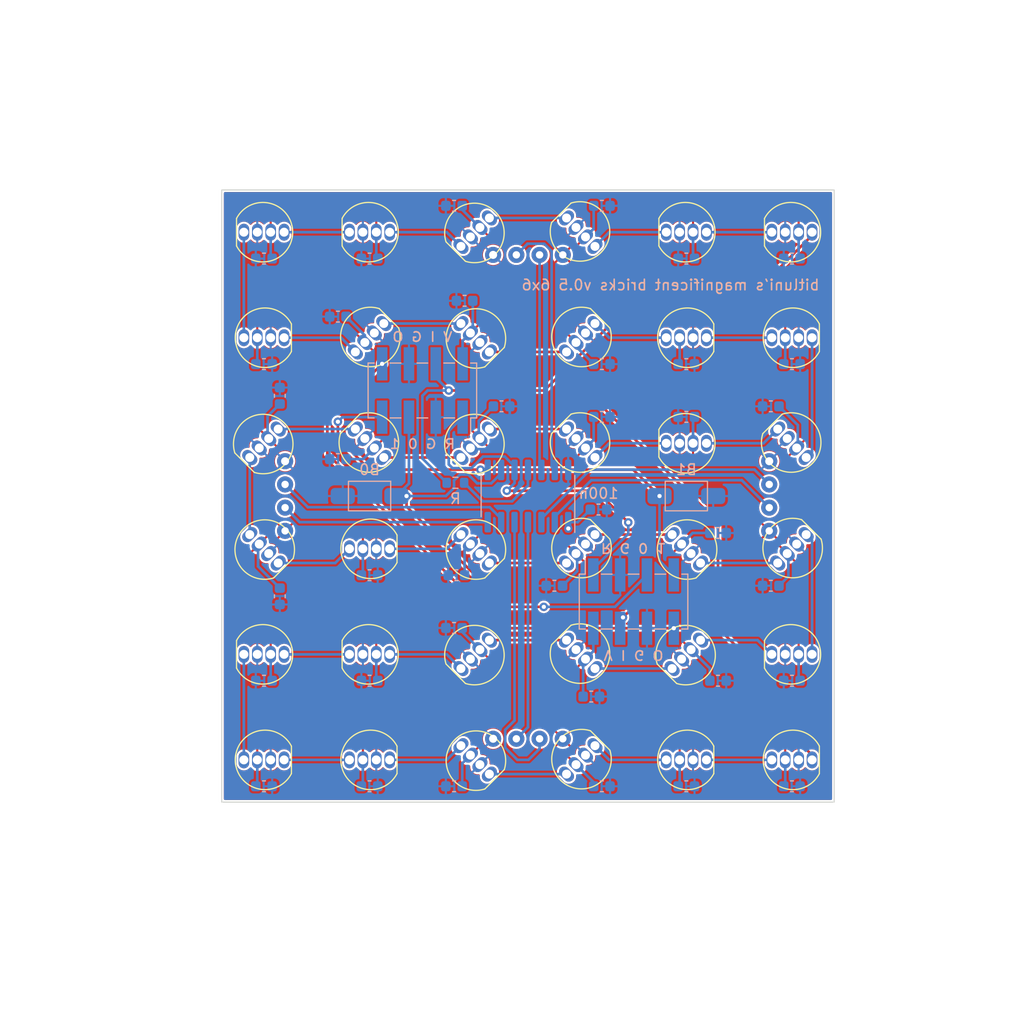
<source format=kicad_pcb>
(kicad_pcb (version 20221018) (generator pcbnew)
  (title_block (comment 4 "AISLER Project ID: OQZEYCKE"))
  (layers (0 "F.Cu" signal) (31 "B.Cu" signal) (34 "B.Paste" user) (35 "F.Paste" user) (36 "B.SilkS" user "B.Silkscreen") (37 "F.SilkS" user "F.Silkscreen") (38 "B.Mask" user) (39 "F.Mask" user) (44 "Edge.Cuts" user))
  (net 0 "")
  (net 1 "5V")
  (net 2 "GND")
  (net 3 "DIN")
  (net 4 "Net-(U69-PA1)")
  (net 5 "Net-(U10-DOUT)")
  (net 6 "Net-(U10-DIN)")
  (net 7 "Net-(U11-DIN)")
  (net 8 "Net-(U12-DIN)")
  (net 9 "Net-(U13-DIN)")
  (net 10 "DOUT")
  (net 11 "Net-(U14-DIN)")
  (net 12 "Net-(U18-DOUT)")
  (net 13 "Net-(U18-DIN)")
  (net 14 "D00")
  (net 15 "D01")
  (net 16 "D10")
  (net 17 "D11")
  (net 18 "Net-(U19-DIN)")
  (net 19 "Net-(U20-DIN)")
  (net 20 "Net-(U21-DIN)")
  (net 21 "Net-(U22-DIN)")
  (net 22 "Net-(U30-DOUT)")
  (net 23 "Net-(U30-DIN)")
  (net 24 "Net-(U31-DIN)")
  (net 25 "Net-(U32-DIN)")
  (net 26 "Net-(U33-DIN)")
  (net 27 "Net-(U34-DIN)")
  (net 28 "Net-(U38-DOUT)")
  (net 29 "Net-(U38-DIN)")
  (net 30 "Net-(U39-DIN)")
  (net 31 "Net-(U40-DIN)")
  (net 32 "Net-(U41-DIN)")
  (net 33 "Net-(U42-DIN)")
  (net 34 "Net-(U46-DOUT)")
  (net 35 "Net-(U46-DIN)")
  (net 36 "Net-(U47-DIN)")
  (net 37 "Net-(U48-DIN)")
  (net 38 "Net-(U49-DIN)")
  (net 39 "Net-(U50-DIN)")
  (net 40 "D31")
  (net 41 "D30")
  (net 42 "D21")
  (net 43 "D20")
  (net 44 "Net-(U54-DIN)")
  (net 45 "{slash}RESET{slash}UPDI")
  (net 46 "B0{slash}SCL")
  (net 47 "B1{slash}SDA")
  (net 48 "Net-(U55-DIN)")
  (net 49 "Net-(U56-DIN)")
  (net 50 "Net-(U57-DIN)")
  (net 51 "Net-(U58-DIN)")
  (footprint "Library:WS2812DwideC" (layer "F.Cu") (at 165 65 180)
    (fp_text reference "U18" hide)
    (fp_text value "WS2812D_2" hide)
  )
  (footprint "Library:WS2812DwideC" (layer "F.Cu") (at 165 105 180)
    (fp_text reference "U54" hide)
    (fp_text value "WS2812D_2" hide)
  )
  (footprint "Library:WS2812DwideC" (layer "F.Cu") (at 115 95)
    (fp_text reference "U46" hide)
    (fp_text value "WS2812D_2" hide)
  )
  (footprint "Library:WS2812DwideC" (layer "F.Cu") (at 115 65 180)
    (fp_text reference "U23" hide)
    (fp_text value "WS2812D_2" hide)
  )
  (footprint "Library:WS2812DwideC" (layer "F.Cu") (at 135 65 135)
    (fp_text reference "U21" hide)
    (fp_text value "WS2812D_2" hide)
  )
  (footprint "Library:fakemag4pin90degFemale" (layer "F.Cu") (at 162.85 80 180)
    (fp_text reference "U27" hide)
    (fp_text value "fakeMag4pinFemale")
  )
  (footprint "Library:WS2812DwideC" (layer "F.Cu") (at 165 95)
    (fp_text reference "U51" hide)
    (fp_text value "WS2812D_2" hide)
  )
  (footprint "Library:WS2812DwideC" (layer "F.Cu") (at 145 105 -135)
    (fp_text reference "U56" hide)
    (fp_text value "WS2812D_2" hide)
  )
  (footprint "Library:WS2812DwideC" (layer "F.Cu") (at 165 75 -45)
    (fp_text reference "U35" hide)
    (fp_text value "WS2812D_2" hide)
  )
  (footprint "Library:WS2812DwideC" (layer "F.Cu") (at 115 105 180)
    (fp_text reference "U59" hide)
    (fp_text value "WS2812D_2" hide)
  )
  (footprint "Library:WS2812DwideC" (layer "F.Cu") (at 125 85 180)
    (fp_text reference "U42" hide)
    (fp_text value "WS2812D_2" hide)
  )
  (footprint "Library:WS2812DwideC" (layer "F.Cu") (at 125 65 -135)
    (fp_text reference "U22" hide)
    (fp_text value "WS2812D_2" hide)
  )
  (footprint "Library:WS2812DwideC" (layer "F.Cu") (at 135 85 135)
    (fp_text reference "U41" hide)
    (fp_text value "WS2812D_2" hide)
  )
  (footprint "Library:WS2812DwideC" (layer "F.Cu") (at 115 55)
    (fp_text reference "U10" hide)
    (fp_text value "WS2812D_2" hide)
  )
  (footprint "Library:WS2812DwideC" (layer "F.Cu") (at 145 75 -45)
    (fp_text reference "U33" hide)
    (fp_text value "WS2812D_2" hide)
  )
  (footprint "Library:fakemag4pin90degMale" (layer "F.Cu") (at 140 103 -90)
    (fp_text reference "U28" hide)
    (fp_text value "fakeMag4pinMale")
  )
  (footprint "Library:WS2812DwideC" (layer "F.Cu") (at 125 105 180)
    (fp_text reference "U58" hide)
    (fp_text value "WS2812D_2" hide)
  )
  (footprint "Library:fakemag4pin90degMale" (layer "F.Cu") (at 117 80 180)
    (fp_text reference "U29" hide)
    (fp_text value "fakeMag4pinMale")
  )
  (footprint "Library:WS2812DwideC" (layer "F.Cu") (at 135 55 45)
    (fp_text reference "U12" hide)
    (fp_text value "WS2812D_2" hide)
  )
  (footprint "Library:WS2812DwideC" (layer "F.Cu") (at 125 55)
    (fp_text reference "U11" hide)
    (fp_text value "WS2812D_2" hide)
  )
  (footprint "Library:WS2812DwideC" (layer "F.Cu") (at 155 85 135)
    (fp_text reference "U39" hide)
    (fp_text value "WS2812D_2" hide)
  )
  (footprint "Library:WS2812DwideC" (layer "F.Cu") (at 165 55)
    (fp_text reference "U15" hide)
    (fp_text value "WS2812D_2" hide)
  )
  (footprint "Library:WS2812DwideC" (layer "F.Cu") (at 125 75 -45)
    (fp_text reference "U31" hide)
    (fp_text value "WS2812D_2" hide)
  )
  (footprint "Library:WS2812DwideC" (layer "F.Cu") (at 155 95 45)
    (fp_text reference "U50" hide)
    (fp_text value "WS2812D_2" hide)
  )
  (footprint "Library:WS2812DwideC" (layer "F.Cu") (at 135 75 45)
    (fp_text reference "U32" hide)
    (fp_text value "WS2812D_2" hide)
  )
  (footprint "Library:WS2812DwideC" (layer "F.Cu") (at 135 105 135)
    (fp_text reference "U57" hide)
    (fp_text value "WS2812D_2" hide)
  )
  (footprint "Library:WS2812DwideC" (layer "F.Cu") (at 125 95)
    (fp_text reference "U47" hide)
    (fp_text value "WS2812D_2" hide)
  )
  (footprint "Library:WS2812DwideC" (layer "F.Cu") (at 145 95 -45)
    (fp_text reference "U49" hide)
    (fp_text value "WS2812D_2" hide)
  )
  (footprint "Library:WS2812DwideC" (layer "F.Cu") (at 155 65 180)
    (fp_text reference "U19" hide)
    (fp_text value "WS2812D_2" hide)
  )
  (footprint "Library:WS2812DwideC" (layer "F.Cu") (at 145 85 -135)
    (fp_text reference "U40" hide)
    (fp_text value "WS2812D_2" hide)
  )
  (footprint "Library:WS2812DwideC" (layer "F.Cu") (at 155 105 180)
    (fp_text reference "U55" hide)
    (fp_text value "WS2812D_2" hide)
  )
  (footprint "Library:WS2812DwideC" (layer "F.Cu") (at 165 85 -135)
    (fp_text reference "U38" hide)
    (fp_text value "WS2812D_2" hide)
  )
  (footprint "Library:WS2812DwideC" (layer "F.Cu") (at 155 55)
    (fp_text reference "U14" hide)
    (fp_text value "WS2812D_2" hide)
  )
  (footprint "Library:WS2812DwideC" (layer "F.Cu") (at 145 65 -135)
    (fp_text reference "U20" hide)
    (fp_text value "WS2812D_2" hide)
  )
  (footprint "Library:WS2812DwideC" (layer "F.Cu") (at 115 75 45)
    (fp_text reference "U30" hide)
    (fp_text value "WS2812D_2" hide)
  )
  (footprint "Library:WS2812DwideC" (layer "F.Cu") (at 135 95 45)
    (fp_text reference "U48" hide)
    (fp_text value "WS2812D_2" hide)
  )
  (footprint "Library:WS2812DwideC" (layer "F.Cu") (at 115 85 135)
    (fp_text reference "U43" hide)
    (fp_text value "WS2812D_2" hide)
  )
  (footprint "Library:WS2812DwideC" (layer "F.Cu") (at 155 75)
    (fp_text reference "U34" hide)
    (fp_text value "WS2812D_2" hide)
  )
  (footprint "Library:WS2812DwideC" (layer "F.Cu") (at 145 55 -45)
    (fp_text reference "U13" hide)
    (fp_text value "WS2812D_2" hide)
  )
  (footprint "Library:fakemag4pin90degFemale" (layer "F.Cu") (at 140 57.15 -90)
    (fp_text reference "U26" hide)
    (fp_text value "fakeMag4pinFemale")
  )
  (footprint "Resistor_SMD:R_0603_1608Metric" (layer "B.Cu") (at 133.130282 78.743014 180)
    (fp_text reference "R1" hide)
    (fp_text value "470R")
  )
  (footprint "Capacitor_SMD:C_0603_1608Metric" (layer "B.Cu") (at 147 67.5)
    (fp_text reference "C10" hide)
    (fp_text value "100n")
  )
  (footprint "Capacitor_SMD:C_0603_1608Metric" (layer "B.Cu") (at 146.685 81.28 180)
    (fp_text reference "C57" hide)
    (fp_text value "100n")
  )
  (footprint "Capacitor_SMD:C_0603_1608Metric" (layer "B.Cu") (at 125 87.5)
    (fp_text reference "C16" hide)
    (fp_text value "100n")
  )
  (footprint "Connector_PinHeader_2.54mm:PinHeader_2x04_P2.54mm_Vertical_SMD" (layer "B.Cu") (at 150 90 -90)
    (fp_text reference "J1" hide)
    (fp_text value "Conn_02x04_Odd_Even")
  )
  (footprint "Capacitor_SMD:C_0603_1608Metric" (layer "B.Cu") (at 133 92.5 180)
    (fp_text reference "C54" hide)
    (fp_text value "100n")
  )
  (footprint "Capacitor_SMD:C_0603_1608Metric" (layer "B.Cu") (at 137.5 71.5)
    (fp_text reference "C15" hide)
    (fp_text value "100n")
  )
  (footprint "Capacitor_SMD:C_0603_1608Metric" (layer "B.Cu") (at 133 52.5 180)
    (fp_text reference "C2" hide)
    (fp_text value "100n")
  )
  (footprint "Capacitor_SMD:C_0603_1608Metric" (layer "B.Cu") (at 116.5 70.5 90)
    (fp_text reference "C11" hide)
    (fp_text value "100n")
  )
  (footprint "Capacitor_SMD:C_0603_1608Metric" (layer "B.Cu") (at 116.5 89.5 -90)
    (fp_text reference "C4" hide)
    (fp_text value "100n")
  )
  (footprint "Capacitor_SMD:C_0603_1608Metric" (layer "B.Cu") (at 133 107.5 180)
    (fp_text reference "C47" hide)
    (fp_text value "100n")
  )
  (footprint "Capacitor_SMD:C_0603_1608Metric" (layer "B.Cu") (at 146 99)
    (fp_text reference "C44" hide)
    (fp_text value "100n")
  )
  (footprint "Library:SMD_ButtonC354946" (layer "B.Cu") (at 125 80 180)
    (fp_text reference "SW1" hide)
    (fp_text value "SW_Push")
  )
  (footprint "Capacitor_SMD:C_0603_1608Metric" (layer "B.Cu") (at 155 67.5)
    (fp_text reference "C8" hide)
    (fp_text value "100n")
  )
  (footprint "Capacitor_SMD:C_0603_1608Metric" (layer "B.Cu") (at 163 71.5 180)
    (fp_text reference "C43" hide)
    (fp_text value "100n")
  )
  (footprint "Package_SO:SOIC-14_3.9x8.7mm_P1.27mm" (layer "B.Cu") (at 140 80 90)
    (fp_text reference "U69" hide)
    (fp_text value "ATtiny1604-SS")
  )
  (footprint "Capacitor_SMD:C_0603_1608Metric" (layer "B.Cu") (at 165 57.5 180)
    (fp_text reference "C29" hide)
    (fp_text value "100n")
  )
  (footprint "Capacitor_SMD:C_0603_1608Metric" (layer "B.Cu") (at 122 76.5 180)
    (fp_text reference "C3" hide)
    (fp_text value "100n")
  )
  (footprint "Capacitor_SMD:C_0603_1608Metric" (layer "B.Cu") (at 147 107.5)
    (fp_text reference "C55" hide)
    (fp_text value "100n")
  )
  (footprint "Capacitor_SMD:C_0603_1608Metric" (layer "B.Cu") (at 142.5 88.5 180)
    (fp_text reference "C22" hide)
    (fp_text value "100n")
  )
  (footprint "Capacitor_SMD:C_0603_1608Metric" (layer "B.Cu") (at 115 97.5 180)
    (fp_text reference "C38" hide)
    (fp_text value "100n")
  )
  (footprint "Capacitor_SMD:C_0603_1608Metric" (layer "B.Cu") (at 115 67.5)
    (fp_text reference "C14" hide)
    (fp_text value "100n")
  )
  (footprint "Capacitor_SMD:C_0603_1608Metric" (layer "B.Cu") (at 158 83.5)
    (fp_text reference "C33" hide)
    (fp_text value "100n")
  )
  (footprint "Capacitor_SMD:C_0603_1608Metric" (layer "B.Cu") (at 155 72.5 180)
    (fp_text reference "C48" hide)
    (fp_text value "100n")
  )
  (footprint "Capacitor_SMD:C_0603_1608Metric" (layer "B.Cu") (at 165 67.5)
    (fp_text reference "C52" hide)
    (fp_text value "100n")
  )
  (footprint "Capacitor_SMD:C_0603_1608Metric" (layer "B.Cu") (at 163 88.5 180)
    (fp_text reference "C51" hide)
    (fp_text value "100n")
  )
  (footprint "Capacitor_SMD:C_0603_1608Metric" (layer "B.Cu") (at 155 57.5 180)
    (fp_text reference "C30" hide)
    (fp_text value "100n")
  )
  (footprint "Capacitor_SMD:C_0603_1608Metric" (layer "B.Cu") (at 125 97.5 180)
    (fp_text reference "C58" hide)
    (fp_text value "100n")
  )
  (footprint "Capacitor_SMD:C_0603_1608Metric" (layer "B.Cu") (at 165 97.5 180)
    (fp_text reference "C34" hide)
    (fp_text value "100n")
  )
  (footprint "Capacitor_SMD:C_0603_1608Metric" (layer "B.Cu") (at 122 63 180)
    (fp_text reference "C9" hide)
    (fp_text value "100n")
  )
  (footprint "Capacitor_SMD:C_0603_1608Metric" (layer "B.Cu") (at 125 57.5 180)
    (fp_text reference "C20" hide)
    (fp_text value "100n")
  )
  (footprint "Capacitor_SMD:C_0603_1608Metric" (layer "B.Cu") (at 147 72.5)
    (fp_text reference "C56" hide)
    (fp_text value "100n")
  )
  (footprint "Library:SMD_ButtonC354946" (layer "B.Cu") (at 155 80)
    (fp_text reference "SW2" hide)
    (fp_text value "SW_Push")
  )
  (footprint "Capacitor_SMD:C_0603_1608Metric" (layer "B.Cu") (at 165 107.5)
    (fp_text reference "C31" hide)
    (fp_text value "100n")
  )
  (footprint "Capacitor_SMD:C_0603_1608Metric" (layer "B.Cu") (at 115 107.5)
    (fp_text reference "C63" hide)
    (fp_text value "100n")
  )
  (footprint "Capacitor_SMD:C_0603_1608Metric" (layer "B.Cu") (at 125 107.5)
    (fp_text reference "C62" hide)
    (fp_text value "100n")
  )
  (footprint "Capacitor_SMD:C_0603_1608Metric" (layer "B.Cu") (at 134 61.5 180)
    (fp_text reference "C6" hide)
    (fp_text value "100n")
  )
  (footprint "Capacitor_SMD:C_0603_1608Metric" (layer "B.Cu") (at 133.225 87.5 180)
    (fp_text reference "C12" hide)
    (fp_text value "100n")
  )
  (footprint "Connector_PinHeader_2.54mm:PinHeader_2x04_P2.54mm_Vertical_SMD" (layer "B.Cu") (at 130 70 90)
    (fp_text reference "J2" hide)
    (fp_text value "Conn_02x04_Odd_Even")
  )
  (footprint "Capacitor_SMD:C_0603_1608Metric" (layer "B.Cu") (at 115 57.5 180)
    (fp_text reference "C17" hide)
    (fp_text value "100n")
  )
  (footprint "Capacitor_SMD:C_0603_1608Metric" (layer "B.Cu") (at 158 97.5)
    (fp_text reference "C27" hide)
    (fp_text value "100n")
  )
  (footprint "Capacitor_SMD:C_0603_1608Metric" (layer "B.Cu") (at 155 107.5)
    (fp_text reference "C41" hide)
    (fp_text value "100n")
  )
  (footprint "Capacitor_SMD:C_0603_1608Metric" (layer "B.Cu") (at 147 52.5)
    (fp_text reference "C23" hide)
    (fp_text value "100n")
  )
  (gr_rect (start 111 51) (end 169 109) (stroke (width 0.1)) (fill none) (layer "Edge.Cuts"))
  (gr_text "V I G O\n\n\n\n\n\n\nR G 0 1" (at 130 70) (layer "B.SilkS") (effects (font (size 0.9 1)) (justify mirror)))
  (gr_text "bitluni's magnificent bricks v0.5 6x6" (at 153.5 60) (layer "B.SilkS") (effects (font (size 1 1)) (justify mirror)))
  (gr_text "V I G O\n\n\n\n\n\n\nR G 0 1" (at 150 90 180) (layer "B.SilkS") (effects (font (size 0.9 1)) (justify mirror)))
  (segment (start 124.5 84.865) (end 124.365 85) (width 0.25) (layer "F.Cu") (net 1))
  (via (at 143.822461 83.075755) (size 0.8) (drill 0.4) (layers "F.Cu" "B.Cu") (net 1))
  (segment (start 165.557638 73.282638) (end 165.557638 75.340388) (width 0.25) (layer "B.Cu") (net 1))
  (segment (start 145.449013 55.449013) (end 146.225 54.673026) (width 0.25) (layer "B.Cu") (net 1))
  (segment (start 164.659613 87.615387) (end 163.775 88.5) (width 0.25) (layer "B.Cu") (net 1))
  (segment (start 164.225 67.5) (end 164.365 67.36) (width 0.25) (layer "B.Cu") (net 1))
  (segment (start 165.557638 75.340388) (end 165.449013 75.449013) (width 0.25) (layer "B.Cu") (net 1))
  (segment (start 124.365 107.36) (end 124.365 105) (width 0.25) (layer "B.Cu") (net 1))
  (segment (start 146.19 94.708026) (end 146.19 92.525) (width 0.25) (layer "B.Cu") (net 1))
  (segment (start 146.225 54.673026) (end 146.225 52.5) (width 0.25) (layer "B.Cu") (net 1))
  (segment (start 157.225 96.326974) (end 155.449013 94.550987) (width 0.25) (layer "B.Cu") (net 1))
  (segment (start 115.775 97.5) (end 115.635 97.36) (width 0.25) (layer "B.Cu") (net 1))
  (segment (start 146.225 107.123026) (end 144.550987 105.449013) (width 0.25) (layer "B.Cu") (net 1))
  (segment (start 124.550987 64.775987) (end 122.775 63) (width 0.25) (layer "B.Cu") (net 1))
  (segment (start 115.340387 74.442361) (end 115.340387 72.434613) (width 0.25) (layer "B.Cu") (net 1))
  (segment (start 144.550987 65.449013) (end 144.550987 65.825987) (width 0.25) (layer "B.Cu") (net 1))
  (segment (start 124.365 87.36) (end 124.365 85) (width 0.25) (layer "B.Cu") (net 1))
  (segment (start 135.449013 54.550987) (end 133.775 52.876974) (width 0.25) (layer "B.Cu") (net 1))
  (segment (start 114.442362 84.659612) (end 114.550987 84.550987) (width 0.25) (layer "B.Cu") (net 1))
  (segment (start 134 85.101974) (end 134.550987 84.550987) (width 0.25) (layer "B.Cu") (net 1))
  (segment (start 114.365 67.36) (end 114.365 65) (width 0.25) (layer "B.Cu") (net 1))
  (segment (start 133.81 67.475) (end 133.81 65.291974) (width 0.25) (layer "B.Cu") (net 1))
  (segment (start 125.635 55) (end 125.635 57.36) (width 0.25) (layer "B.Cu") (net 1))
  (segment (start 146.225 72.5) (end 146.225 74.673026) (width 0.25) (layer "B.Cu") (net 1))
  (segment (start 125.635 97.36) (end 125.635 95) (width 0.25) (layer "B.Cu") (net 1))
  (segment (start 145.225 95.673026) (end 145.449013 95.449013) (width 0.25) (layer "B.Cu") (net 1))
  (segment (start 124.225 107.5) (end 124.365 107.36) (width 0.25) (layer "B.Cu") (net 1))
  (segment (start 154.225 67.5) (end 154.365 67.36) (width 0.25) (layer "B.Cu") (net 1))
  (segment (start 164.659613 85.557639) (end 164.659613 87.615387) (width 0.25) (layer "B.Cu") (net 1))
  (segment (start 134.775 64.326974) (end 134.550987 64.550987) (width 0.25) (layer "B.Cu") (net 1))
  (segment (start 155.601974 83.5) (end 154.550987 84.550987) (width 0.25) (layer "B.Cu") (net 1))
  (segment (start 124.550987 65.449013) (end 124.550987 64.775987) (width 0.25) (layer "B.Cu") (net 1))
  (segment (start 135.340387 72.884613) (end 136.725 71.5) (width 0.25) (layer "B.Cu") (net 1))
  (segment (start 133.775 105.326974) (end 134.550987 104.550987) (width 0.25) (layer "B.Cu") (net 1))
  (segment (start 114.225 107.5) (end 114.365 107.36) (width 0.25) (layer "B.Cu") (net 1))
  (segment (start 155.775 57.5) (end 155.635 57.36) (width 0.25) (layer "B.Cu") (net 1))
  (segment (start 125.775 97.5) (end 125.635 97.36) (width 0.25) (layer "B.Cu") (net 1))
  (segment (start 164.365 107.36) (end 164.225 107.5) (width 0.25) (layer "B.Cu") (net 1))
  (segment (start 164.550987 85.449013) (end 164.659613 85.557639) (width 0.25) (layer "B.Cu") (net 1))
  (segment (start 145.449013 95.449013) (end 146.19 94.708026) (width 0.25) (layer "B.Cu") (net 1))
  (segment (start 143.81 82.475) (end 144.715 82.475) (width 0.25) (layer "B.Cu") (net 1))
  (segment (start 135.340387 74.442361) (end 135.340387 72.884613) (width 0.25) (layer "B.Cu") (net 1))
  (segment (start 114.365 107.36) (end 114.365 105) (width 0.25) (layer "B.Cu") (net 1))
  (segment (start 154.365 67.36) (end 154.365 65) (width 0.25) (layer "B.Cu") (net 1))
  (segment (start 154.365 107.36) (end 154.225 107.5) (width 0.25) (layer "B.Cu") (net 1))
  (segment (start 144.659613 85.557639) (end 144.550987 85.449013) (width 0.25) (layer "B.Cu") (net 1))
  (segment (start 164.365 105) (end 164.365 107.36) (width 0.25) (layer "B.Cu") (net 1))
  (segment (start 133.775 52.876974) (end 133.775 52.5) (width 0.25) (layer "B.Cu") (net 1))
  (segment (start 163.775 71.5) (end 165.557638 73.282638) (width 0.25) (layer "B.Cu") (net 1))
  (segment (start 165.635 57.36) (end 165.635 55) (width 0.25) (layer "B.Cu") (net 1))
  (segment (start 143.275 88.5) (end 144.659613 87.115387) (width 0.25) (layer "B.Cu") (net 1))
  (segment (start 116.5 88.725) (end 114.442362 86.667362) (width 0.25) (layer "B.Cu") (net 1))
  (segment (start 124.398026 76.5) (end 125.449013 75.449013) (width 0.25) (layer "B.Cu") (net 1))
  (segment (start 155.775 72.5) (end 155.635 72.64) (width 0.25) (layer "B.Cu") (net 1))
  (segment (start 144.659613 87.115387) (end 144.659613 85.557639) (width 0.25) (layer "B.Cu") (net 1))
  (segment (start 115.635 57.36) (end 115.635 55) (width 0.25) (layer "B.Cu") (net 1))
  (segment (start 124.225 87.5) (end 124.365 87.36) (width 0.25) (layer "B.Cu") (net 1))
  (segment (start 154.365 105) (end 154.365 107.36) (width 0.25) (layer "B.Cu") (net 1))
  (segment (start 125.635 57.36) (end 125.775 57.5) (width 0.25) (layer "B.Cu") (net 1))
  (segment (start 115.635 97.36) (end 115.635 95) (width 0.25) (layer "B.Cu") (net 1))
  (segment (start 134.775 61.5) (end 134.775 64.326974) (width 0.25) (layer "B.Cu") (net 1))
  (segment (start 115.449013 74.550987) (end 115.340387 74.442361) (width 0.25) (layer "B.Cu") (net 1))
  (segment (start 133.775 107.5) (end 133.775 105.326974) (width 0.25) (layer "B.Cu") (net 1))
  (segment (start 165.635 97.36) (end 165.635 95) (width 0.25) (layer "B.Cu") (net 1))
  (segment (start 155.635 57.36) (end 155.635 55) (width 0.25) (layer "B.Cu") (net 1))
  (segment (start 144.550987 65.825987) (end 146.225 67.5) (width 0.25) (layer "B.Cu") (net 1))
  (segment (start 115.775 57.5) (end 115.635 57.36) (width 0.25) (layer "B.Cu") (net 1))
  (segment (start 115.340387 72.434613) (end 116.5 71.275) (width 0.25) (layer "B.Cu") (net 1))
  (segment (start 114.225 67.5) (end 114.365 67.36) (width 0.25) (layer "B.Cu") (net 1))
  (segment (start 133.775 92.876974) (end 135.449013 94.550987) (width 0.25) (layer "B.Cu") (net 1))
  (segment (start 122.775 76.5) (end 124.398026 76.5) (width 0.25) (layer "B.Cu") (net 1))
  (segment (start 135.449013 74.550987) (end 135.340387 74.442361) (width 0.25) (layer "B.Cu") (net 1))
  (segment (start 164.365 67.36) (end 164.365 65) (width 0.25) (layer "B.Cu") (net 1))
  (segment (start 114.442362 86.667362) (end 114.442362 84.659612) (width 0.25) (layer "B.Cu") (net 1))
  (segment (start 133.81 65.291974) (end 134.550987 64.550987) (width 0.25) (layer "B.Cu") (net 1))
  (segment (start 133.775 92.5) (end 133.775 92.876974) (width 0.25) (layer "B.Cu") (net 1))
  (segment (start 146.225 74.673026) (end 145.449013 75.449013) (width 0.25) (layer "B.Cu") (net 1))
  (segment (start 165.775 57.5) (end 165.635 57.36) (width 0.25) (layer "B.Cu") (net 1))
  (segment (start 144.715 82.475) (end 145.91 81.28) (width 0.25) (layer "B.Cu") (net 1))
  (segment (start 165.775 97.5) (end 165.635 97.36) (width 0.25) (layer "B.Cu") (net 1))
  (segment (start 157.225 83.5) (end 155.601974 83.5) (width 0.25) (layer "B.Cu") (net 1))
  (segment (start 155.635 72.64) (end 155.635 75) (width 0.25) (layer "B.Cu") (net 1))
  (segment (start 146.225 107.5) (end 146.225 107.123026) (width 0.25) (layer "B.Cu") (net 1))
  (segment (start 134 87.5) (end 134 85.101974) (width 0.25) (layer "B.Cu") (net 1))
  (segment (start 145.225 99) (end 145.225 95.673026) (width 0.25) (layer "B.Cu") (net 1))
  (segment (start 157.225 97.5) (end 157.225 96.326974) (width 0.25) (layer "B.Cu") (net 1))
  (segment (start 134.659612 75.557638) (end 135.990246 75.557638) (width 0.25) (layer "B.Cu") (net 2))
  (segment (start 134.550987 75.449013) (end 134.659612 75.557638) (width 0.25) (layer "B.Cu") (net 2))
  (segment (start 135.990246 75.557638) (end 138.275 73.272884) (width 0.25) (layer "B.Cu") (net 2))
  (segment (start 138.275 73.272884) (end 138.275 71.5) (width 0.25) (layer "B.Cu") (net 2))
  (segment (start 149 91.5) (end 150.5 90) (width 0.25) (layer "F.Cu") (net 3))
  (segment (start 143.523942 68.023942) (end 141.547884 70) (width 0.25) (layer "F.Cu") (net 3))
  (segment (start 158.29952 63.90548) (end 147.642404 63.90548) (width 0.25) (layer "F.Cu") (net 3))
  (segment (start 166.905 55.3) (end 158.29952 63.90548) (width 0.25) (layer "F.Cu") (net 3))
  (segment (start 141.547884 70) (end 132.5 70) (width 0.25) (layer "F.Cu") (net 3))
  (segment (start 147.642404 63.90548) (end 143.523942 68.023942) (width 0.25) (layer "F.Cu") (net 3))
  (segment (start 155.5 90) (end 158 87.5) (width 0.25) (layer "F.Cu") (net 3))
  (segment (start 150.5 90) (end 155.5 90) (width 0.25) (layer "F.Cu") (net 3))
  (segment (start 166.905 55) (end 166.905 55.3) (width 0.25) (layer "F.Cu") (net 3))
  (segment (start 158 87.5) (end 158 82.5) (width 0.25) (layer "F.Cu") (net 3))
  (segment (start 158 82.5) (end 143.523942 68.023942) (width 0.25) (layer "F.Cu") (net 3))
  (via (at 149 91.5) (size 0.8) (drill 0.4) (layers "F.Cu" "B.Cu") (net 3))
  (via (at 132.5 70) (size 0.8) (drill 0.4) (layers "F.Cu" "B.Cu") (net 3))
  (segment (start 131.27 68.77) (end 132.5 70) (width 0.25) (layer "B.Cu") (net 3))
  (segment (start 130.5 70) (end 132.5 70) (width 0.25) (layer "B.Cu") (net 3))
  (segment (start 132.305282 78.743014) (end 130 76.437732) (width 0.25) (layer "B.Cu") (net 3))
  (segment (start 130 70.5) (end 130.5 70) (width 0.25) (layer "B.Cu") (net 3))
  (segment (start 131.27 67.475) (end 131.27 68.77) (width 0.25) (layer "B.Cu") (net 3))
  (segment (start 130 76.437732) (end 130 70.5) (width 0.25) (layer "B.Cu") (net 3))
  (segment (start 135.712268 80.5) (end 133.955282 78.743014) (width 0.25) (layer "B.Cu") (net 4))
  (segment (start 140 77.525) (end 140 78.994096) (width 0.25) (layer "B.Cu") (net 4))
  (segment (start 138.494096 80.5) (end 135.712268 80.5) (width 0.25) (layer "B.Cu") (net 4))
  (segment (start 140 78.994096) (end 138.494096 80.5) (width 0.25) (layer "B.Cu") (net 4))
  (segment (start 113.095 55) (end 113.095 65) (width 0.25) (layer "B.Cu") (net 5))
  (segment (start 123.095 55) (end 116.905 55) (width 0.25) (layer "B.Cu") (net 6))
  (segment (start 132.305924 55) (end 133.652962 56.347038) (width 0.25) (layer "B.Cu") (net 7))
  (segment (start 126.905 55) (end 132.305924 55) (width 0.25) (layer "B.Cu") (net 7))
  (segment (start 136.347038 53.652962) (end 143.652962 53.652962) (width 0.25) (layer "B.Cu") (net 8))
  (segment (start 147.694076 55) (end 153.095 55) (width 0.25) (layer "B.Cu") (net 9))
  (segment (start 146.347038 56.347038) (end 147.694076 55) (width 0.25) (layer "B.Cu") (net 9))
  (segment (start 137.525 92.525) (end 121 76) (width 0.25) (layer "F.Cu") (net 10))
  (segment (start 158.025 92.525) (end 153.81 92.525) (width 0.25) (layer "F.Cu") (net 10))
  (segment (start 153.81 92.525) (end 137.525 92.525) (width 0.25) (layer "F.Cu") (net 10))
  (segment (start 166.905 105) (end 166.905 104.55) (width 0.25) (layer "F.Cu") (net 10))
  (segment (start 166.905 104.55) (end 160.5 98.145) (width 0.25) (layer "F.Cu") (net 10))
  (segment (start 121 72.665) (end 126.19 67.475) (width 0.25) (layer "F.Cu") (net 10))
  (segment (start 160.5 98.145) (end 160.5 95) (width 0.25) (layer "F.Cu") (net 10))
  (segment (start 160.5 95) (end 158.025 92.525) (width 0.25) (layer "F.Cu") (net 10))
  (segment (start 121 76) (end 121 72.665) (width 0.25) (layer "F.Cu") (net 10))
  (via (at 126.19 67.475) (size 0.8) (drill 0.4) (layers "F.Cu" "B.Cu") (net 10))
  (via (at 153.81 92.525) (size 0.8) (drill 0.4) (layers "F.Cu" "B.Cu") (net 10))
  (segment (start 163.095 55) (end 156.905 55) (width 0.25) (layer "B.Cu") (net 11))
  (segment (start 166.905 65) (end 166.905 75.789076) (width 0.25) (layer "B.Cu") (net 12))
  (segment (start 166.905 75.789076) (end 166.347038 76.347038) (width 0.25) (layer "B.Cu") (net 12))
  (segment (start 163.095 65) (end 156.905 65) (width 0.25) (layer "B.Cu") (net 13))
  (segment (start 141.1 77.355) (end 141.27 77.525) (width 0.25) (layer "B.Cu") (net 14))
  (segment (start 141.1 57.15) (end 141.1 77.355) (width 0.25) (layer "B.Cu") (net 14))
  (segment (start 142.243489 77.228489) (end 142.243489 56.799356) (width 0.25) (layer "B.Cu") (net 15))
  (segment (start 141.537622 56.093489) (end 139.956511 56.093489) (width 0.25) (layer "B.Cu") (net 15))
  (segment (start 139.956511 56.093489) (end 138.9 57.15) (width 0.25) (layer "B.Cu") (net 15))
  (segment (start 142.54 77.525) (end 142.243489 77.228489) (width 0.25) (layer "B.Cu") (net 15))
  (segment (start 142.243489 56.799356) (end 141.537622 56.093489) (width 0.25) (layer "B.Cu") (net 15))
  (segment (start 146 78.5) (end 160.25 78.5) (width 0.25) (layer "B.Cu") (net 16))
  (segment (start 142.54 82.475) (end 142.54 81.96) (width 0.25) (layer "B.Cu") (net 16))
  (segment (start 160.25 78.5) (end 162.85 81.1) (width 0.25) (layer "B.Cu") (net 16))
  (segment (start 142.54 81.96) (end 146 78.5) (width 0.25) (layer "B.Cu") (net 16))
  (segment (start 141.27 82.475) (end 141.27 82.141354) (width 0.25) (layer "B.Cu") (net 17))
  (segment (start 161.45 77.5) (end 162.85 78.9) (width 0.25) (layer "B.Cu") (net 17))
  (segment (start 141.27 82.141354) (end 145.911354 77.5) (width 0.25) (layer "B.Cu") (net 17))
  (segment (start 145.911354 77.5) (end 161.45 77.5) (width 0.25) (layer "B.Cu") (net 17))
  (segment (start 153.095 65) (end 147.694076 65) (width 0.25) (layer "B.Cu") (net 18))
  (segment (start 147.694076 65) (end 146.347038 63.652962) (width 0.25) (layer "B.Cu") (net 18))
  (segment (start 136.347038 66.347038) (end 143.652962 66.347038) (width 0.25) (layer "F.Cu") (net 19))
  (segment (start 126.347038 63.652962) (end 133.652962 63.652962) (width 0.25) (layer "B.Cu") (net 20))
  (segment (start 122.305924 65) (end 123.652962 66.347038) (width 0.25) (layer "B.Cu") (net 21))
  (segment (start 116.905 65) (end 122.305924 65) (width 0.25) (layer "B.Cu") (net 21))
  (segment (start 113.652962 76.347038) (end 113.652962 83.652962) (width 0.25) (layer "B.Cu") (net 22))
  (segment (start 116.347038 73.652962) (end 123.652962 73.652962) (width 0.25) (layer "B.Cu") (net 23))
  (segment (start 126.347038 76.347038) (end 133.652962 76.347038) (width 0.25) (layer "F.Cu") (net 24))
  (segment (start 136.347038 73.652962) (end 143.652962 73.652962) (width 0.25) (layer "F.Cu") (net 25))
  (segment (start 153.095 75) (end 147.694076 75) (width 0.25) (layer "B.Cu") (net 26))
  (segment (start 147.694076 75) (end 146.347038 76.347038) (width 0.25) (layer "B.Cu") (net 26))
  (segment (start 162.305924 75) (end 163.652962 73.652962) (width 0.25) (layer "B.Cu") (net 27))
  (segment (start 156.905 75) (end 162.305924 75) (width 0.25) (layer "B.Cu") (net 27))
  (segment (start 166.905 84.210924) (end 166.905 95) (width 0.25) (layer "B.Cu") (net 28))
  (segment (start 166.347038 83.652962) (end 166.905 84.210924) (width 0.25) (layer "B.Cu") (net 28))
  (segment (start 156.347038 86.347038) (end 163.652962 86.347038) (width 0.25) (layer "B.Cu") (net 29))
  (segment (start 146.347038 83.652962) (end 153.652962 83.652962) (width 0.25) (layer "F.Cu") (net 30))
  (segment (start 143.652962 86.347038) (end 136.347038 86.347038) (width 0.25) (layer "F.Cu") (net 31))
  (segment (start 132.305924 85) (end 133.652962 83.652962) (width 0.25) (layer "B.Cu") (net 32))
  (segment (start 126.905 85) (end 132.305924 85) (width 0.25) (layer "B.Cu") (net 32))
  (segment (start 116.347038 86.347038) (end 121.747962 86.347038) (width 0.25) (layer "B.Cu") (net 33))
  (segment (start 121.747962 86.347038) (end 123.095 85) (width 0.25) (layer "B.Cu") (net 33))
  (segment (start 113.095 95) (end 113.095 105) (width 0.25) (layer "B.Cu") (net 34))
  (segment (start 123.095 95) (end 116.905 95) (width 0.25) (layer "B.Cu") (net 35))
  (segment (start 126.905 95) (end 132.305924 95) (width 0.25) (layer "B.Cu") (net 36))
  (segment (start 132.305924 95) (end 133.652962 96.347038) (width 0.25) (layer "B.Cu") (net 36))
  (segment (start 143.652962 93.652962) (end 136.347038 93.652962) (width 0.25) (layer "F.Cu") (net 37))
  (segment (start 146.347038 96.347038) (end 153.652962 96.347038) (width 0.25) (layer "B.Cu") (net 38))
  (segment (start 156.347038 93.652962) (end 161.747962 93.652962) (width 0.25) (layer "B.Cu") (net 39))
  (segment (start 161.747962 93.652962) (end 163.095 95) (width 0.25) (layer "B.Cu") (net 39))
  (segment (start 137.46 82.475) (end 137.46 82.141354) (width 0.25) (layer "B.Cu") (net 40))
  (segment (start 137.46 82.141354) (end 136.375166 81.05652) (width 0.25) (layer "B.Cu") (net 40))
  (segment (start 136.375166 81.05652) (end 119.15652 81.05652) (width 0.25) (layer "B.Cu") (net 40))
  (segment (start 119.15652 81.05652) (end 117 78.9) (width 0.25) (layer "B.Cu") (net 40))
  (segment (start 136.19 82.475) (end 118.375 82.475) (width 0.25) (layer "B.Cu") (net 41))
  (segment (start 118.375 82.475) (end 117 81.1) (width 0.25) (layer "B.Cu") (net 41))
  (segment (start 140 101.9) (end 138.9 103) (width 0.25) (layer "B.Cu") (net 42))
  (segment (start 140 82.475) (end 140 101.9) (width 0.25) (layer "B.Cu") (net 42))
  (segment (start 137.843489 102.156511) (end 137.843489 103.843489) (width 0.25) (layer "B.Cu") (net 43))
  (segment (start 137.843489 103.843489) (end 139 105) (width 0.25) (layer "B.Cu") (net 43))
  (segment (start 139 105) (end 140.05 105) (width 0.25) (layer "B.Cu") (net 43))
  (segment (start 138.73 101.27) (end 137.843489 102.156511) (width 0.25) (layer "B.Cu") (net 43))
  (segment (start 138.73 82.475) (end 138.73 101.27) (width 0.25) (layer "B.Cu") (net 43))
  (segment (start 140.05 105) (end 141.1 103.95) (width 0.25) (layer "B.Cu") (net 43))
  (segment (start 141.1 103.95) (end 141.1 103) (width 0.25) (layer "B.Cu") (net 43))
  (segment (start 163.095 105) (end 156.905 105) (width 0.25) (layer "B.Cu") (net 44))
  (segment (start 146.5 79.5) (end 149.5 82.5) (width 0.25) (layer "F.Cu") (net 45))
  (segment (start 138 79.5) (end 146.5 79.5) (width 0.25) (layer "F.Cu") (net 45))
  (via (at 138 79.5) (size 0.8) (drill 0.4) (layers "F.Cu" "B.Cu") (net 45))
  (via (at 149.5 82.5) (size 0.8) (drill 0.4) (layers "F.Cu" "B.Cu") (net 45))
  (segment (start 137.794126 76.25548) (end 135.74452 76.25548) (width 0.25) (layer "B.Cu") (net 45))
  (segment (start 132.5 77) (end 132.5 73.835) (width 0.25) (layer "B.Cu") (net 45))
  (segment (start 134.646311 77.353689) (end 132.853689 77.353689) (width 0.25) (layer "B.Cu") (net 45))
  (segment (start 138.73 77.525) (end 138.73 77.191354) (width 0.25) (layer "B.Cu") (net 45))
  (segment (start 149.5 83.5825) (end 146.19 86.8925) (width 0.25) (layer "B.Cu") (net 45))
  (segment (start 149.5 82.5) (end 149.5 83.5825) (width 0.25) (layer "B.Cu") (net 45))
  (segment (start 138.73 78.77) (end 138 79.5) (width 0.25) (layer "B.Cu") (net 45))
  (segment (start 132.5 73.835) (end 133.81 72.525) (width 0.25) (layer "B.Cu") (net 45))
  (segment (start 138.73 77.191354) (end 137.794126 76.25548) (width 0.25) (layer "B.Cu") (net 45))
  (segment (start 146.19 86.8925) (end 146.19 87.475) (width 0.25) (layer "B.Cu") (net 45))
  (segment (start 135.74452 76.25548) (end 134.646311 77.353689) (width 0.25) (layer "B.Cu") (net 45))
  (segment (start 132.853689 77.353689) (end 132.5 77) (width 0.25) (layer "B.Cu") (net 45))
  (segment (start 138.73 77.525) (end 138.73 78.77) (width 0.25) (layer "B.Cu") (net 45))
  (segment (start 138 90.5) (end 128.5 81) (width 0.25) (layer "F.Cu") (net 46))
  (segment (start 141.5 90.5) (end 138 90.5) (width 0.25) (layer "F.Cu") (net 46))
  (segment (start 128.5 81) (end 128.5 80) (width 0.25) (layer "F.Cu") (net 46))
  (via (at 141.5 90.5) (size 0.8) (drill 0.4) (layers "F.Cu" "B.Cu") (net 46))
  (via (at 128.5 80) (size 0.8) (drill 0.4) (layers "F.Cu" "B.Cu") (net 46))
  (segment (start 137.46 77.525) (end 137.46 77.858646) (width 0.25) (layer "B.Cu") (net 46))
  (segment (start 148.245 90.5) (end 141.5 90.5) (width 0.25) (layer "B.Cu") (net 46))
  (segment (start 132.999802 79.22285) (end 132.222652 80) (width 0.25) (layer "B.Cu") (net 46))
  (segment (start 151.27 87.475) (end 148.245 90.5) (width 0.25) (layer "B.Cu") (net 46))
  (segment (start 128.73 78.81) (end 128.73 72.525) (width 0.25) (layer "B.Cu") (net 46))
  (segment (start 137.46 77.858646) (end 136.524126 78.79452) (width 0.25) (layer "B.Cu") (net 46))
  (segment (start 134.360118 77.973494) (end 133.550446 77.973494) (width 0.25) (layer "B.Cu") (net 46))
  (segment (start 128.5 80) (end 127.54 80) (width 0.25) (layer "B.Cu") (net 46))
  (segment (start 132.999802 78.524138) (end 132.999802 79.22285) (width 0.25) (layer "B.Cu") (net 46))
  (segment (start 135.181144 78.79452) (end 134.360118 77.973494) (width 0.25) (layer "B.Cu") (net 46))
  (segment (start 136.524126 78.79452) (end 135.181144 78.79452) (width 0.25) (layer "B.Cu") (net 46))
  (segment (start 127.54 80) (end 128.73 78.81) (width 0.25) (layer "B.Cu") (net 46))
  (segment (start 133.550446 77.973494) (end 132.999802 78.524138) (width 0.25) (layer "B.Cu") (net 46))
  (segment (start 132.222652 80) (end 127.54 80) (width 0.25) (layer "B.Cu") (net 46))
  (segment (start 149.96 77.5) (end 135.5 77.5) (width 0.25) (layer "F.Cu") (net 47))
  (segment (start 122 74.5) (end 122 72.958462) (width 0.25) (layer "F.Cu") (net 47))
  (segment (start 125 77.5) (end 122 74.5) (width 0.25) (layer "F.Cu") (net 47))
  (segment (start 152.46 80) (end 149.96 77.5) (width 0.25) (layer "F.Cu") (net 47))
  (segment (start 135.5 77.5) (end 125 77.5) (width 0.25) (layer "F.Cu") (net 47))
  (via (at 152.46 80) (size 0.8) (drill 0.4) (layers "F.Cu" "B.Cu") (net 47))
  (via (at 135.5 77.5) (size 0.8) (drill 0.4) (layers "F.Cu" "B.Cu") (net 47))
  (via (at 122 72.958462) (size 0.8) (drill 0.4) (layers "F.Cu" "B.Cu") (net 47))
  (segment (start 122.433462 72.525) (end 122 72.958462) (width 0.25) (layer "B.Cu") (net 47))
  (segment (start 152.46 86.125) (end 152.46 80) (width 0.25) (layer "B.Cu") (net 47))
  (segment (start 136.165 77.5) (end 135.5 77.5) (width 0.25) (layer "B.Cu") (net 47))
  (segment (start 153.81 87.475) (end 152.46 86.125) (width 0.25) (layer "B.Cu") (net 47))
  (segment (start 126.19 72.525) (end 122.433462 72.525) (width 0.25) (layer "B.Cu") (net 47))
  (segment (start 136.19 77.525) (end 136.165 77.5) (width 0.25) (layer "B.Cu") (net 47))
  (segment (start 153.095 105) (end 147.694076 105) (width 0.25) (layer "B.Cu") (net 48))
  (segment (start 147.694076 105) (end 146.347038 103.652962) (width 0.25) (layer "B.Cu") (net 48))
  (segment (start 136.347038 106.347038) (end 143.652962 106.347038) (width 0.25) (layer "B.Cu") (net 49))
  (segment (start 132.305924 105) (end 133.652962 103.652962) (width 0.25) (layer "B.Cu") (net 50))
  (segment (start 126.905 105) (end 132.305924 105) (width 0.25) (layer "B.Cu") (net 50))
  (segment (start 123.095 105) (end 116.905 105) (width 0.25) (layer "B.Cu") (net 51))
  (zone locked (net 1) (net_name "5V") (layer "F.Cu") (name "5V") (connect_pads (clearance 0.2)) (min_thickness 0.2) (fill yes (thermal_gap 0.25) (thermal_bridge_width 0.2))
    (polygon (pts (xy 183 124) (xy 95 124) (xy 95 36) (xy 183 36)))
  )
  (zone locked (net 2) (net_name "GND") (layer "B.Cu") (connect_pads (clearance 0.2)) (min_thickness 0.2) (fill yes (thermal_gap 0.25) (thermal_bridge_width 0.2) (island_removal_mode 1) (island_area_min 0))
    (polygon (pts (xy 187 129) (xy 90 129) (xy 90 33) (xy 187 33)))
  )
)
</source>
